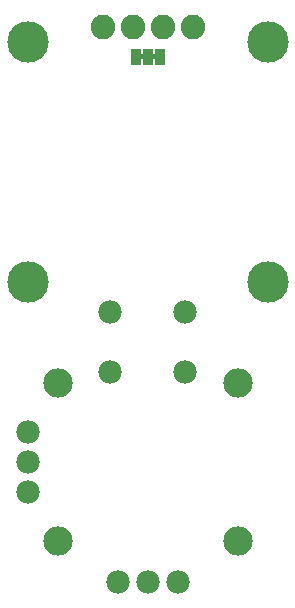
<source format=gbs>
G75*
%MOIN*%
%OFA0B0*%
%FSLAX25Y25*%
%IPPOS*%
%LPD*%
%AMOC8*
5,1,8,0,0,1.08239X$1,22.5*
%
%ADD10C,0.13800*%
%ADD11C,0.08200*%
%ADD12R,0.03300X0.05800*%
%ADD13C,0.00500*%
%ADD14C,0.09800*%
%ADD15C,0.07800*%
D10*
X0143333Y0238933D03*
X0143333Y0318933D03*
X0223333Y0318933D03*
X0223333Y0238933D03*
D11*
X0198333Y0323933D03*
X0188333Y0323933D03*
X0178333Y0323933D03*
X0168333Y0323933D03*
D12*
X0179333Y0313933D03*
X0183333Y0313933D03*
X0187333Y0313933D03*
D13*
X0186083Y0313881D02*
X0180583Y0313881D01*
X0180583Y0313433D02*
X0180583Y0314433D01*
X0186083Y0314433D01*
X0186083Y0313433D01*
X0180583Y0313433D01*
X0180583Y0314379D02*
X0186083Y0314379D01*
D14*
X0153333Y0152683D03*
X0153333Y0205183D03*
X0213333Y0205183D03*
X0213333Y0152683D03*
D15*
X0193333Y0138933D03*
X0183333Y0138933D03*
X0173333Y0138933D03*
X0143333Y0168933D03*
X0143333Y0178933D03*
X0143333Y0188933D03*
X0170833Y0208933D03*
X0170833Y0228933D03*
X0195833Y0228933D03*
X0195833Y0208933D03*
M02*

</source>
